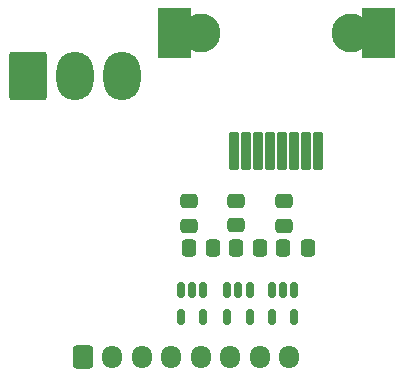
<source format=gbr>
%TF.GenerationSoftware,KiCad,Pcbnew,8.0.5*%
%TF.CreationDate,2024-12-09T20:18:44-08:00*%
%TF.ProjectId,Motor_Adapt_C,4d6f746f-725f-4416-9461-70745f432e6b,rev?*%
%TF.SameCoordinates,Original*%
%TF.FileFunction,Soldermask,Top*%
%TF.FilePolarity,Negative*%
%FSLAX46Y46*%
G04 Gerber Fmt 4.6, Leading zero omitted, Abs format (unit mm)*
G04 Created by KiCad (PCBNEW 8.0.5) date 2024-12-09 20:18:44*
%MOMM*%
%LPD*%
G01*
G04 APERTURE LIST*
G04 Aperture macros list*
%AMRoundRect*
0 Rectangle with rounded corners*
0 $1 Rounding radius*
0 $2 $3 $4 $5 $6 $7 $8 $9 X,Y pos of 4 corners*
0 Add a 4 corners polygon primitive as box body*
4,1,4,$2,$3,$4,$5,$6,$7,$8,$9,$2,$3,0*
0 Add four circle primitives for the rounded corners*
1,1,$1+$1,$2,$3*
1,1,$1+$1,$4,$5*
1,1,$1+$1,$6,$7*
1,1,$1+$1,$8,$9*
0 Add four rect primitives between the rounded corners*
20,1,$1+$1,$2,$3,$4,$5,0*
20,1,$1+$1,$4,$5,$6,$7,0*
20,1,$1+$1,$6,$7,$8,$9,0*
20,1,$1+$1,$8,$9,$2,$3,0*%
G04 Aperture macros list end*
%ADD10C,0.010000*%
%ADD11RoundRect,0.250000X-0.475000X0.337500X-0.475000X-0.337500X0.475000X-0.337500X0.475000X0.337500X0*%
%ADD12RoundRect,0.250000X-0.337500X-0.475000X0.337500X-0.475000X0.337500X0.475000X-0.337500X0.475000X0*%
%ADD13C,3.300000*%
%ADD14RoundRect,0.102000X0.305000X1.525000X-0.305000X1.525000X-0.305000X-1.525000X0.305000X-1.525000X0*%
%ADD15RoundRect,0.150000X-0.150000X0.512500X-0.150000X-0.512500X0.150000X-0.512500X0.150000X0.512500X0*%
%ADD16RoundRect,0.250000X-1.330000X-1.800000X1.330000X-1.800000X1.330000X1.800000X-1.330000X1.800000X0*%
%ADD17O,3.160000X4.100000*%
%ADD18RoundRect,0.250000X-0.600000X-0.725000X0.600000X-0.725000X0.600000X0.725000X-0.600000X0.725000X0*%
%ADD19O,1.700000X1.950000*%
G04 APERTURE END LIST*
D10*
%TO.C,J2*%
X45040000Y-48785000D02*
X44995000Y-48820000D01*
X44959000Y-48850000D01*
X44924000Y-48881000D01*
X44890000Y-48913000D01*
X44857000Y-48946000D01*
X44825000Y-48981000D01*
X44794000Y-49016000D01*
X44765000Y-49052000D01*
X44736000Y-49089000D01*
X44709000Y-49127000D01*
X44683000Y-49166000D01*
X44658000Y-49206000D01*
X44635000Y-49246000D01*
X44613000Y-49288000D01*
X44592000Y-49330000D01*
X44572000Y-49372000D01*
X44554000Y-49415000D01*
X44538000Y-49459000D01*
X44522000Y-49503000D01*
X44508000Y-49548000D01*
X44496000Y-49593000D01*
X44485000Y-49638000D01*
X44475000Y-49684000D01*
X44467000Y-49730000D01*
X44461000Y-49777000D01*
X44456000Y-49823000D01*
X44452000Y-49870000D01*
X44450000Y-49917000D01*
X44449000Y-49963000D01*
X44450000Y-50000000D01*
X44449000Y-50037000D01*
X44450000Y-50083000D01*
X44452000Y-50130000D01*
X44456000Y-50177000D01*
X44461000Y-50223000D01*
X44467000Y-50270000D01*
X44475000Y-50316000D01*
X44485000Y-50362000D01*
X44496000Y-50407000D01*
X44508000Y-50452000D01*
X44522000Y-50497000D01*
X44538000Y-50541000D01*
X44554000Y-50585000D01*
X44572000Y-50628000D01*
X44592000Y-50670000D01*
X44613000Y-50712000D01*
X44635000Y-50754000D01*
X44658000Y-50794000D01*
X44683000Y-50834000D01*
X44709000Y-50873000D01*
X44736000Y-50911000D01*
X44765000Y-50948000D01*
X44794000Y-50984000D01*
X44825000Y-51019000D01*
X44857000Y-51054000D01*
X44890000Y-51087000D01*
X44924000Y-51119000D01*
X44959000Y-51150000D01*
X44995000Y-51180000D01*
X45040000Y-51215000D01*
X45040000Y-52050000D01*
X42340000Y-52050000D01*
X42340000Y-47950000D01*
X45040000Y-47950000D01*
X45040000Y-48785000D01*
G36*
X45040000Y-48785000D02*
G01*
X44995000Y-48820000D01*
X44959000Y-48850000D01*
X44924000Y-48881000D01*
X44890000Y-48913000D01*
X44857000Y-48946000D01*
X44825000Y-48981000D01*
X44794000Y-49016000D01*
X44765000Y-49052000D01*
X44736000Y-49089000D01*
X44709000Y-49127000D01*
X44683000Y-49166000D01*
X44658000Y-49206000D01*
X44635000Y-49246000D01*
X44613000Y-49288000D01*
X44592000Y-49330000D01*
X44572000Y-49372000D01*
X44554000Y-49415000D01*
X44538000Y-49459000D01*
X44522000Y-49503000D01*
X44508000Y-49548000D01*
X44496000Y-49593000D01*
X44485000Y-49638000D01*
X44475000Y-49684000D01*
X44467000Y-49730000D01*
X44461000Y-49777000D01*
X44456000Y-49823000D01*
X44452000Y-49870000D01*
X44450000Y-49917000D01*
X44449000Y-49963000D01*
X44450000Y-50000000D01*
X44449000Y-50037000D01*
X44450000Y-50083000D01*
X44452000Y-50130000D01*
X44456000Y-50177000D01*
X44461000Y-50223000D01*
X44467000Y-50270000D01*
X44475000Y-50316000D01*
X44485000Y-50362000D01*
X44496000Y-50407000D01*
X44508000Y-50452000D01*
X44522000Y-50497000D01*
X44538000Y-50541000D01*
X44554000Y-50585000D01*
X44572000Y-50628000D01*
X44592000Y-50670000D01*
X44613000Y-50712000D01*
X44635000Y-50754000D01*
X44658000Y-50794000D01*
X44683000Y-50834000D01*
X44709000Y-50873000D01*
X44736000Y-50911000D01*
X44765000Y-50948000D01*
X44794000Y-50984000D01*
X44825000Y-51019000D01*
X44857000Y-51054000D01*
X44890000Y-51087000D01*
X44924000Y-51119000D01*
X44959000Y-51150000D01*
X44995000Y-51180000D01*
X45040000Y-51215000D01*
X45040000Y-52050000D01*
X42340000Y-52050000D01*
X42340000Y-47950000D01*
X45040000Y-47950000D01*
X45040000Y-48785000D01*
G37*
X62360000Y-52050000D02*
X59660000Y-52050000D01*
X59660000Y-51215000D01*
X59705000Y-51180000D01*
X59741000Y-51150000D01*
X59776000Y-51119000D01*
X59810000Y-51087000D01*
X59843000Y-51054000D01*
X59875000Y-51019000D01*
X59906000Y-50984000D01*
X59935000Y-50948000D01*
X59964000Y-50911000D01*
X59991000Y-50873000D01*
X60017000Y-50834000D01*
X60042000Y-50794000D01*
X60065000Y-50754000D01*
X60087000Y-50712000D01*
X60108000Y-50670000D01*
X60128000Y-50628000D01*
X60146000Y-50585000D01*
X60162000Y-50541000D01*
X60178000Y-50497000D01*
X60192000Y-50452000D01*
X60204000Y-50407000D01*
X60215000Y-50362000D01*
X60225000Y-50316000D01*
X60233000Y-50270000D01*
X60239000Y-50223000D01*
X60244000Y-50177000D01*
X60248000Y-50130000D01*
X60250000Y-50083000D01*
X60251000Y-50037000D01*
X60250000Y-50000000D01*
X60251000Y-49963000D01*
X60250000Y-49917000D01*
X60248000Y-49870000D01*
X60244000Y-49823000D01*
X60239000Y-49777000D01*
X60233000Y-49730000D01*
X60225000Y-49684000D01*
X60215000Y-49638000D01*
X60204000Y-49593000D01*
X60192000Y-49548000D01*
X60178000Y-49503000D01*
X60162000Y-49459000D01*
X60146000Y-49415000D01*
X60128000Y-49372000D01*
X60108000Y-49330000D01*
X60087000Y-49288000D01*
X60065000Y-49246000D01*
X60042000Y-49206000D01*
X60017000Y-49166000D01*
X59991000Y-49127000D01*
X59964000Y-49089000D01*
X59935000Y-49052000D01*
X59906000Y-49016000D01*
X59875000Y-48981000D01*
X59843000Y-48946000D01*
X59810000Y-48913000D01*
X59776000Y-48881000D01*
X59741000Y-48850000D01*
X59705000Y-48820000D01*
X59660000Y-48785000D01*
X59660000Y-47950000D01*
X62360000Y-47950000D01*
X62360000Y-52050000D01*
G36*
X62360000Y-52050000D02*
G01*
X59660000Y-52050000D01*
X59660000Y-51215000D01*
X59705000Y-51180000D01*
X59741000Y-51150000D01*
X59776000Y-51119000D01*
X59810000Y-51087000D01*
X59843000Y-51054000D01*
X59875000Y-51019000D01*
X59906000Y-50984000D01*
X59935000Y-50948000D01*
X59964000Y-50911000D01*
X59991000Y-50873000D01*
X60017000Y-50834000D01*
X60042000Y-50794000D01*
X60065000Y-50754000D01*
X60087000Y-50712000D01*
X60108000Y-50670000D01*
X60128000Y-50628000D01*
X60146000Y-50585000D01*
X60162000Y-50541000D01*
X60178000Y-50497000D01*
X60192000Y-50452000D01*
X60204000Y-50407000D01*
X60215000Y-50362000D01*
X60225000Y-50316000D01*
X60233000Y-50270000D01*
X60239000Y-50223000D01*
X60244000Y-50177000D01*
X60248000Y-50130000D01*
X60250000Y-50083000D01*
X60251000Y-50037000D01*
X60250000Y-50000000D01*
X60251000Y-49963000D01*
X60250000Y-49917000D01*
X60248000Y-49870000D01*
X60244000Y-49823000D01*
X60239000Y-49777000D01*
X60233000Y-49730000D01*
X60225000Y-49684000D01*
X60215000Y-49638000D01*
X60204000Y-49593000D01*
X60192000Y-49548000D01*
X60178000Y-49503000D01*
X60162000Y-49459000D01*
X60146000Y-49415000D01*
X60128000Y-49372000D01*
X60108000Y-49330000D01*
X60087000Y-49288000D01*
X60065000Y-49246000D01*
X60042000Y-49206000D01*
X60017000Y-49166000D01*
X59991000Y-49127000D01*
X59964000Y-49089000D01*
X59935000Y-49052000D01*
X59906000Y-49016000D01*
X59875000Y-48981000D01*
X59843000Y-48946000D01*
X59810000Y-48913000D01*
X59776000Y-48881000D01*
X59741000Y-48850000D01*
X59705000Y-48820000D01*
X59660000Y-48785000D01*
X59660000Y-47950000D01*
X62360000Y-47950000D01*
X62360000Y-52050000D01*
G37*
%TD*%
D11*
%TO.C,R1*%
X53000000Y-64270000D03*
X53000000Y-66345000D03*
%TD*%
D12*
%TO.C,C3*%
X44962500Y-68270000D03*
X47037500Y-68270000D03*
%TD*%
D13*
%TO.C,J2*%
X58700000Y-50000000D03*
X46000000Y-50000000D03*
D14*
X48780000Y-59980000D03*
X49800000Y-59980000D03*
X50820000Y-59980000D03*
X51840000Y-59980000D03*
X52860000Y-59980000D03*
X53880000Y-59980000D03*
X54900000Y-59980000D03*
X55920000Y-59980000D03*
%TD*%
D15*
%TO.C,U1*%
X53887500Y-71775000D03*
X52937500Y-71775000D03*
X51987500Y-71775000D03*
X51987500Y-74050000D03*
X53887500Y-74050000D03*
%TD*%
%TO.C,U2*%
X50137500Y-71775000D03*
X49187500Y-71775000D03*
X48237500Y-71775000D03*
X48237500Y-74050000D03*
X50137500Y-74050000D03*
%TD*%
D12*
%TO.C,C1*%
X52962500Y-68270000D03*
X55037500Y-68270000D03*
%TD*%
D11*
%TO.C,R3*%
X45000000Y-64270000D03*
X45000000Y-66345000D03*
%TD*%
D16*
%TO.C,J3*%
X31390000Y-53655000D03*
D17*
X35350000Y-53655000D03*
X39310000Y-53655000D03*
%TD*%
D18*
%TO.C,J1*%
X36000000Y-77500000D03*
D19*
X38500000Y-77500000D03*
X41000000Y-77500000D03*
X43500000Y-77500000D03*
X46000000Y-77500000D03*
X48500000Y-77500000D03*
X51000000Y-77500000D03*
X53500000Y-77500000D03*
%TD*%
D11*
%TO.C,R2*%
X49000000Y-64232500D03*
X49000000Y-66307500D03*
%TD*%
D12*
%TO.C,C2*%
X48962500Y-68270000D03*
X51037500Y-68270000D03*
%TD*%
D15*
%TO.C,U3*%
X46200000Y-71787500D03*
X45250000Y-71787500D03*
X44300000Y-71787500D03*
X44300000Y-74062500D03*
X46200000Y-74062500D03*
%TD*%
M02*

</source>
